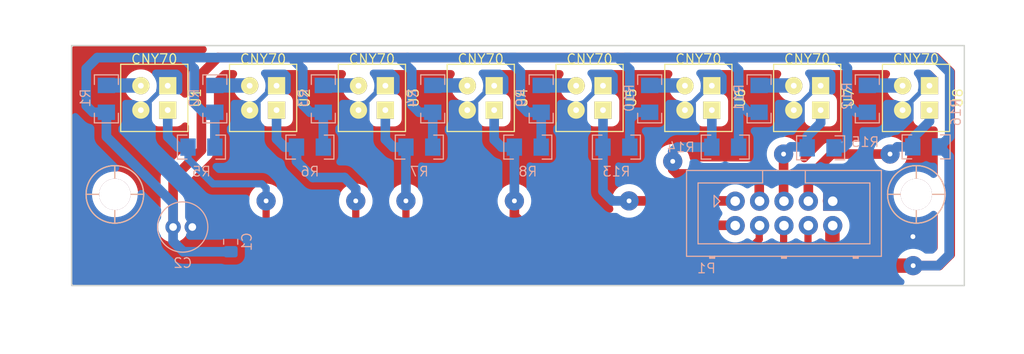
<source format=kicad_pcb>
(kicad_pcb (version 20221018) (generator pcbnew)
  (layers (0 "F.Cu" signal) (31 "B.Cu" signal) (34 "B.Paste" user) (35 "F.Paste" user) (36 "B.SilkS" user "B.Silkscreen") (37 "F.SilkS" user "F.Silkscreen") (38 "B.Mask" user) (39 "F.Mask" user) (44 "Edge.Cuts" user))
  (net 0 "")
  (net 1 "+5V")
  (net 2 "GND")
  (net 3 "/SENSOR_5")
  (net 4 "/SENSOR_1")
  (net 5 "/SENSOR_6")
  (net 6 "/SENSOR_2")
  (net 7 "/SENSOR_7")
  (net 8 "/SENSOR_3")
  (net 9 "/SENSOR_8")
  (net 10 "/SENSOR_4")
  (net 11 "Net-(R1-Pad2)")
  (net 12 "Net-(R3-Pad2)")
  (net 13 "Net-(R11-Pad2)")
  (net 14 "Net-(R12-Pad2)")
  (net 15 "Net-(R2-Pad2)")
  (net 16 "Net-(R4-Pad2)")
  (net 17 "Net-(R9-Pad2)")
  (net 18 "Net-(R10-Pad2)")
  (footprint "EESTN5-v2:CNY70" (layer "F.Cu") (at 146.68 99.01)
    (fp_text reference "U4" (at 4.35306 0 90) (layer "F.SilkS") (effects (font (thickness 0.125))))
    (fp_text value "CNY70" (at 0 -4.05) (layer "F.SilkS") (effects (font (thickness 0.125))))
    (fp_line (start -3.5 -3.5) (end -3.5 3.5) (stroke (width 0.125)) (layer "F.SilkS"))
    (fp_line (start -3.5 -3.5) (end 3.5 -3.5) (stroke (width 0.125)) (layer "F.SilkS"))
    (fp_line (start 3.5 -3.5) (end 3.5 3.5) (stroke (width 0.125)) (layer "F.SilkS"))
    (fp_line (start 3.5 3.5) (end -3.5 3.5) (stroke (width 0.125)) (layer "F.SilkS"))
    (pad "1" thru_hole circle (at -1.4 -1.27) (size 1.8 1.8) (drill 0.6) (layers "*.Cu" "*.Mask" "F.SilkS") (net 16 "Net-(R4-Pad2)"))
    (pad "2" thru_hole circle (at -1.4 1.27) (size 1.8 1.8) (drill 0.6) (layers "*.Cu" "*.Mask" "F.SilkS") (net 2 "GND"))
    (pad "3" thru_hole rect (at 1.4 1.27) (size 1.8 1.8) (drill 0.6) (layers "*.Cu" "*.Mask" "F.SilkS") (net 10 "/SENSOR_4"))
    (pad "4" thru_hole rect (at 1.4 -1.27) (size 1.8 1.8) (drill 0.6) (layers "*.Cu" "*.Mask" "F.SilkS") (net 2 "GND"))
  )
  (footprint "EESTN5-v2:CNY70" (layer "F.Cu") (at 112.669798 99.01)
    (fp_text reference "U1" (at 4.35306 0 270) (layer "F.SilkS") (effects (font (thickness 0.125))))
    (fp_text value "CNY70" (at 0 -4.05) (layer "F.SilkS") (effects (font (thickness 0.125))))
    (fp_line (start -3.5 -3.5) (end -3.5 3.5) (stroke (width 0.125)) (layer "F.SilkS"))
    (fp_line (start -3.5 -3.5) (end 3.5 -3.5) (stroke (width 0.125)) (layer "F.SilkS"))
    (fp_line (start 3.5 -3.5) (end 3.5 3.5) (stroke (width 0.125)) (layer "F.SilkS"))
    (fp_line (start 3.5 3.5) (end -3.5 3.5) (stroke (width 0.125)) (layer "F.SilkS"))
    (pad "1" thru_hole circle (at -1.4 -1.27) (size 1.8 1.8) (drill 0.6) (layers "*.Cu" "*.Mask" "F.SilkS") (net 11 "Net-(R1-Pad2)"))
    (pad "2" thru_hole circle (at -1.4 1.27) (size 1.8 1.8) (drill 0.6) (layers "*.Cu" "*.Mask" "F.SilkS") (net 2 "GND"))
    (pad "3" thru_hole rect (at 1.4 1.27) (size 1.8 1.8) (drill 0.6) (layers "*.Cu" "*.Mask" "F.SilkS") (net 4 "/SENSOR_1"))
    (pad "4" thru_hole rect (at 1.4 -1.27) (size 1.8 1.8) (drill 0.6) (layers "*.Cu" "*.Mask" "F.SilkS") (net 2 "GND"))
  )
  (footprint "EESTN5-v2:CNY70" (layer "F.Cu") (at 124.006532 99.01)
    (fp_text reference "U2" (at 4.35306 0 270) (layer "F.SilkS") (effects (font (thickness 0.125))))
    (fp_text value "CNY70" (at 0 -4.05) (layer "F.SilkS") (effects (font (thickness 0.125))))
    (fp_line (start -3.5 -3.5) (end -3.5 3.5) (stroke (width 0.125)) (layer "F.SilkS"))
    (fp_line (start -3.5 -3.5) (end 3.5 -3.5) (stroke (width 0.125)) (layer "F.SilkS"))
    (fp_line (start 3.5 -3.5) (end 3.5 3.5) (stroke (width 0.125)) (layer "F.SilkS"))
    (fp_line (start 3.5 3.5) (end -3.5 3.5) (stroke (width 0.125)) (layer "F.SilkS"))
    (pad "1" thru_hole circle (at -1.4 -1.27) (size 1.8 1.8) (drill 0.6) (layers "*.Cu" "*.Mask" "F.SilkS") (net 15 "Net-(R2-Pad2)"))
    (pad "2" thru_hole circle (at -1.4 1.27) (size 1.8 1.8) (drill 0.6) (layers "*.Cu" "*.Mask" "F.SilkS") (net 2 "GND"))
    (pad "3" thru_hole rect (at 1.4 1.27) (size 1.8 1.8) (drill 0.6) (layers "*.Cu" "*.Mask" "F.SilkS") (net 6 "/SENSOR_2"))
    (pad "4" thru_hole rect (at 1.4 -1.27) (size 1.8 1.8) (drill 0.6) (layers "*.Cu" "*.Mask" "F.SilkS") (net 2 "GND"))
  )
  (footprint "EESTN5-v2:CNY70" (layer "F.Cu") (at 169.353468 99.01)
    (fp_text reference "U6" (at 4.35306 0 90) (layer "F.SilkS") (effects (font (thickness 0.125))))
    (fp_text value "CNY70" (at 0 -4.05) (layer "F.SilkS") (effects (font (thickness 0.125))))
    (fp_line (start -3.5 -3.5) (end -3.5 3.5) (stroke (width 0.125)) (layer "F.SilkS"))
    (fp_line (start -3.5 -3.5) (end 3.5 -3.5) (stroke (width 0.125)) (layer "F.SilkS"))
    (fp_line (start 3.5 -3.5) (end 3.5 3.5) (stroke (width 0.125)) (layer "F.SilkS"))
    (fp_line (start 3.5 3.5) (end -3.5 3.5) (stroke (width 0.125)) (layer "F.SilkS"))
    (pad "1" thru_hole circle (at -1.4 -1.27) (size 1.8 1.8) (drill 0.6) (layers "*.Cu" "*.Mask" "F.SilkS") (net 18 "Net-(R10-Pad2)"))
    (pad "2" thru_hole circle (at -1.4 1.27) (size 1.8 1.8) (drill 0.6) (layers "*.Cu" "*.Mask" "F.SilkS") (net 2 "GND"))
    (pad "3" thru_hole rect (at 1.4 1.27) (size 1.8 1.8) (drill 0.6) (layers "*.Cu" "*.Mask" "F.SilkS") (net 5 "/SENSOR_6"))
    (pad "4" thru_hole rect (at 1.4 -1.27) (size 1.8 1.8) (drill 0.6) (layers "*.Cu" "*.Mask" "F.SilkS") (net 2 "GND"))
  )
  (footprint "EESTN5-v2:CNY70" (layer "F.Cu") (at 180.690202 99.01)
    (fp_text reference "U7" (at 4.35306 0 90) (layer "F.SilkS") (effects (font (thickness 0.125))))
    (fp_text value "CNY70" (at 0 -4.05) (layer "F.SilkS") (effects (font (thickness 0.125))))
    (fp_line (start -3.5 -3.5) (end -3.5 3.5) (stroke (width 0.125)) (layer "F.SilkS"))
    (fp_line (start -3.5 -3.5) (end 3.5 -3.5) (stroke (width 0.125)) (layer "F.SilkS"))
    (fp_line (start 3.5 -3.5) (end 3.5 3.5) (stroke (width 0.125)) (layer "F.SilkS"))
    (fp_line (start 3.5 3.5) (end -3.5 3.5) (stroke (width 0.125)) (layer "F.SilkS"))
    (pad "1" thru_hole circle (at -1.4 -1.27) (size 1.8 1.8) (drill 0.6) (layers "*.Cu" "*.Mask" "F.SilkS") (net 13 "Net-(R11-Pad2)"))
    (pad "2" thru_hole circle (at -1.4 1.27) (size 1.8 1.8) (drill 0.6) (layers "*.Cu" "*.Mask" "F.SilkS") (net 2 "GND"))
    (pad "3" thru_hole rect (at 1.4 1.27) (size 1.8 1.8) (drill 0.6) (layers "*.Cu" "*.Mask" "F.SilkS") (net 7 "/SENSOR_7"))
    (pad "4" thru_hole rect (at 1.4 -1.27) (size 1.8 1.8) (drill 0.6) (layers "*.Cu" "*.Mask" "F.SilkS") (net 2 "GND"))
  )
  (footprint "EESTN5-v2:CNY70" (layer "F.Cu") (at 158.016734 99.01)
    (fp_text reference "U5" (at 4.35306 0 90) (layer "F.SilkS") (effects (font (thickness 0.125))))
    (fp_text value "CNY70" (at 0 -4.05) (layer "F.SilkS") (effects (font (thickness 0.125))))
    (fp_line (start -3.5 -3.5) (end -3.5 3.5) (stroke (width 0.125)) (layer "F.SilkS"))
    (fp_line (start -3.5 -3.5) (end 3.5 -3.5) (stroke (width 0.125)) (layer "F.SilkS"))
    (fp_line (start 3.5 -3.5) (end 3.5 3.5) (stroke (width 0.125)) (layer "F.SilkS"))
    (fp_line (start 3.5 3.5) (end -3.5 3.5) (stroke (width 0.125)) (layer "F.SilkS"))
    (pad "1" thru_hole circle (at -1.4 -1.27) (size 1.8 1.8) (drill 0.6) (layers "*.Cu" "*.Mask" "F.SilkS") (net 17 "Net-(R9-Pad2)"))
    (pad "2" thru_hole circle (at -1.4 1.27) (size 1.8 1.8) (drill 0.6) (layers "*.Cu" "*.Mask" "F.SilkS") (net 2 "GND"))
    (pad "3" thru_hole rect (at 1.4 1.27) (size 1.8 1.8) (drill 0.6) (layers "*.Cu" "*.Mask" "F.SilkS") (net 3 "/SENSOR_5"))
    (pad "4" thru_hole rect (at 1.4 -1.27) (size 1.8 1.8) (drill 0.6) (layers "*.Cu" "*.Mask" "F.SilkS") (net 2 "GND"))
  )
  (footprint "EESTN5-v2:CNY70" (layer "F.Cu") (at 192.02694 99.01)
    (fp_text reference "U8" (at 4.35306 0 90) (layer "F.SilkS") (effects (font (thickness 0.125))))
    (fp_text value "CNY70" (at 0 -4.05) (layer "F.SilkS") (effects (font (thickness 0.125))))
    (fp_line (start -3.5 -3.5) (end -3.5 3.5) (stroke (width 0.125)) (layer "F.SilkS"))
    (fp_line (start -3.5 -3.5) (end 3.5 -3.5) (stroke (width 0.125)) (layer "F.SilkS"))
    (fp_line (start 3.5 -3.5) (end 3.5 3.5) (stroke (width 0.125)) (layer "F.SilkS"))
    (fp_line (start 3.5 3.5) (end -3.5 3.5) (stroke (width 0.125)) (layer "F.SilkS"))
    (pad "1" thru_hole circle (at -1.4 -1.27) (size 1.8 1.8) (drill 0.6) (layers "*.Cu" "*.Mask" "F.SilkS") (net 14 "Net-(R12-Pad2)"))
    (pad "2" thru_hole circle (at -1.4 1.27) (size 1.8 1.8) (drill 0.6) (layers "*.Cu" "*.Mask" "F.SilkS") (net 2 "GND"))
    (pad "3" thru_hole rect (at 1.4 1.27) (size 1.8 1.8) (drill 0.6) (layers "*.Cu" "*.Mask" "F.SilkS") (net 9 "/SENSOR_8"))
    (pad "4" thru_hole rect (at 1.4 -1.27) (size 1.8 1.8) (drill 0.6) (layers "*.Cu" "*.Mask" "F.SilkS") (net 2 "GND"))
  )
  (footprint "EESTN5-v2:CNY70" (layer "F.Cu") (at 135.343266 99.01)
    (fp_text reference "U3" (at 4.35306 0 270) (layer "F.SilkS") (effects (font (thickness 0.125))))
    (fp_text value "CNY70" (at 0 -4.05) (layer "F.SilkS") (effects (font (thickness 0.125))))
    (fp_line (start -3.5 -3.5) (end -3.5 3.5) (stroke (width 0.125)) (layer "F.SilkS"))
    (fp_line (start -3.5 -3.5) (end 3.5 -3.5) (stroke (width 0.125)) (layer "F.SilkS"))
    (fp_line (start 3.5 -3.5) (end 3.5 3.5) (stroke (width 0.125)) (layer "F.SilkS"))
    (fp_line (start 3.5 3.5) (end -3.5 3.5) (stroke (width 0.125)) (layer "F.SilkS"))
    (pad "1" thru_hole circle (at -1.4 -1.27) (size 1.8 1.8) (drill 0.6) (layers "*.Cu" "*.Mask" "F.SilkS") (net 12 "Net-(R3-Pad2)"))
    (pad "2" thru_hole circle (at -1.4 1.27) (size 1.8 1.8) (drill 0.6) (layers "*.Cu" "*.Mask" "F.SilkS") (net 2 "GND"))
    (pad "3" thru_hole rect (at 1.4 1.27) (size 1.8 1.8) (drill 0.6) (layers "*.Cu" "*.Mask" "F.SilkS") (net 8 "/SENSOR_3"))
    (pad "4" thru_hole rect (at 1.4 -1.27) (size 1.8 1.8) (drill 0.6) (layers "*.Cu" "*.Mask" "F.SilkS") (net 2 "GND"))
  )
  (footprint "EESTN5-v2:R_1206" (layer "B.Cu") (at 172.150468 104.135)
    (fp_text reference "R14" (at -4.620468 0.025) (layer "B.SilkS") (effects (font (thickness 0.125)) (justify mirror)))
    (fp_text value "10k" hide)
    (fp_line (start -2.5 -1.25) (end -1.5 -1.25) (stroke (width 0.125)) (layer "B.SilkS"))
    (fp_line (start -2.5 1.25) (end -2.5 -1.25) (stroke (width 0.125)) (layer "B.SilkS"))
    (fp_line (start -1.5 1.25) (end -2.5 1.25) (stroke (width 0.125)) (layer "B.SilkS"))
    (fp_line (start 1.5 -1.25) (end 2.5 -1.25) (stroke (width 0.125)) (layer "B.SilkS"))
    (fp_line (start 1.5 1.25) (end 2.5 1.25) (stroke (width 0.125)) (layer "B.SilkS"))
    (fp_line (start 2.5 -1.25) (end 2.5 1.25) (stroke (width 0.125)) (layer "B.SilkS"))
    (pad "1" smd rect (at 1.397 0) (size 1.6002 1.8034) (layers "B.Cu" "B.Paste" "B.Mask") (net 1 "+5V"))
    (pad "2" smd rect (at -1.397 0) (size 1.6002 1.8034) (layers "B.Cu" "B.Paste" "B.Mask") (net 5 "/SENSOR_6"))
  )
  (footprint "EESTN5-v2:R_1206" (layer "B.Cu") (at 182.087202 104.21)
    (fp_text reference "R15" (at 4.642798 -0.6) (layer "B.SilkS") (effects (font (thickness 0.125)) (justify mirror)))
    (fp_text value "10k" hide)
    (fp_line (start -2.5 -1.25) (end -1.5 -1.25) (stroke (width 0.125)) (layer "B.SilkS"))
    (fp_line (start -2.5 1.25) (end -2.5 -1.25) (stroke (width 0.125)) (layer "B.SilkS"))
    (fp_line (start -1.5 1.25) (end -2.5 1.25) (stroke (width 0.125)) (layer "B.SilkS"))
    (fp_line (start 1.5 -1.25) (end 2.5 -1.25) (stroke (width 0.125)) (layer "B.SilkS"))
    (fp_line (start 1.5 1.25) (end 2.5 1.25) (stroke (width 0.125)) (layer "B.SilkS"))
    (fp_line (start 2.5 -1.25) (end 2.5 1.25) (stroke (width 0.125)) (layer "B.SilkS"))
    (pad "1" smd rect (at 1.397 0) (size 1.6002 1.8034) (layers "B.Cu" "B.Paste" "B.Mask") (net 1 "+5V"))
    (pad "2" smd rect (at -1.397 0) (size 1.6002 1.8034) (layers "B.Cu" "B.Paste" "B.Mask") (net 7 "/SENSOR_7"))
  )
  (footprint "EESTN5-v2:R_1206" (layer "B.Cu") (at 117.583 104.135)
    (fp_text reference "R5" (at 0 2.55) (layer "B.SilkS") (effects (font (thickness 0.125)) (justify mirror)))
    (fp_text value "10k" hide)
    (fp_line (start -2.5 -1.25) (end -1.5 -1.25) (stroke (width 0.125)) (layer "B.SilkS"))
    (fp_line (start -2.5 1.25) (end -2.5 -1.25) (stroke (width 0.125)) (layer "B.SilkS"))
    (fp_line (start -1.5 1.25) (end -2.5 1.25) (stroke (width 0.125)) (layer "B.SilkS"))
    (fp_line (start 1.5 -1.25) (end 2.5 -1.25) (stroke (width 0.125)) (layer "B.SilkS"))
    (fp_line (start 1.5 1.25) (end 2.5 1.25) (stroke (width 0.125)) (layer "B.SilkS"))
    (fp_line (start 2.5 -1.25) (end 2.5 1.25) (stroke (width 0.125)) (layer "B.SilkS"))
    (pad "1" smd rect (at 1.397 0) (size 1.6002 1.8034) (layers "B.Cu" "B.Paste" "B.Mask") (net 1 "+5V"))
    (pad "2" smd rect (at -1.397 0) (size 1.6002 1.8034) (layers "B.Cu" "B.Paste" "B.Mask") (net 4 "/SENSOR_1"))
  )
  (footprint "EESTN5-v2:R_1206" (layer "B.Cu") (at 152.98 99.11 -90)
    (fp_text reference "R9" (at -0.1 2.1 90) (layer "B.SilkS") (effects (font (thickness 0.125)) (justify mirror)))
    (fp_text value "100" hide)
    (fp_line (start -2.5 -1.25) (end -1.5 -1.25) (stroke (width 0.125)) (layer "B.SilkS"))
    (fp_line (start -2.5 1.25) (end -2.5 -1.25) (stroke (width 0.125)) (layer "B.SilkS"))
    (fp_line (start -1.5 1.25) (end -2.5 1.25) (stroke (width 0.125)) (layer "B.SilkS"))
    (fp_line (start 1.5 -1.25) (end 2.5 -1.25) (stroke (width 0.125)) (layer "B.SilkS"))
    (fp_line (start 1.5 1.25) (end 2.5 1.25) (stroke (width 0.125)) (layer "B.SilkS"))
    (fp_line (start 2.5 -1.25) (end 2.5 1.25) (stroke (width 0.125)) (layer "B.SilkS"))
    (pad "1" smd rect (at 1.397 0 270) (size 1.6002 1.8034) (layers "B.Cu" "B.Paste" "B.Mask") (net 1 "+5V"))
    (pad "2" smd rect (at -1.397 0 270) (size 1.6002 1.8034) (layers "B.Cu" "B.Paste" "B.Mask") (net 17 "Net-(R9-Pad2)"))
  )
  (footprint "EESTN5-v2:Separador_M3_5mm" (layer "B.Cu") (at 108.56 109.06 180)
    (fp_text reference "H1" hide)
    (fp_text value "HOLE" hide)
    (fp_line (start -3 0) (end 3 0) (stroke (width 0.125)) (layer "B.SilkS"))
    (fp_line (start 0 3) (end 0 -3) (stroke (width 0.125)) (layer "B.SilkS"))
    (fp_circle (center 0 0) (end 3 0) (stroke (width 0.125)) (fill none) (layer "B.SilkS"))
    (fp_line (start -3 0) (end 3 0) (stroke (width 0.125)) (layer "F.SilkS"))
    (fp_line (start 0 3) (end 0 -3) (stroke (width 0.125)) (layer "F.SilkS"))
    (fp_circle (center 0 0) (end 3 0) (stroke (width 0.125)) (fill none) (layer "F.SilkS"))
    (pad "1" thru_hole circle (at 0 0 180) (size 3.25 3.25) (drill 3.25) (layers "*.Cu" "B.SilkS"))
  )
  (footprint "Capacitor_SMD:C_0805_2012Metric_Pad1.18x1.45mm_HandSolder" (layer "B.Cu") (at 120.63 113.9975 90)
    (fp_text reference "C1" (at 0 1.68 90) (layer "B.SilkS") (effects (font (thickness 0.125)) (justify mirror)))
    (fp_text value "100nf")
    (fp_line (start -0.261252 -0.735) (end 0.261252 -0.735) (stroke (width 0.125)) (layer "B.SilkS"))
    (fp_line (start -0.261252 0.735) (end 0.261252 0.735) (stroke (width 0.125)) (layer "B.SilkS"))
    (pad "1" smd roundrect (at -1.0375 0 90) (size 1.175 1.45) (layers "B.Cu" "B.Paste" "B.Mask") (roundrect_rratio 0.2127659574) (net 1 "+5V"))
    (pad "2" smd roundrect (at 1.0375 0 90) (size 1.175 1.45) (layers "B.Cu" "B.Paste" "B.Mask") (roundrect_rratio 0.2127659574) (net 2 "GND"))
  )
  (footprint "EESTN5-v2:R_1206" (layer "B.Cu") (at 151.583 104.135)
    (fp_text reference "R8" (at 0 2.55) (layer "B.SilkS") (effects (font (thickness 0.125)) (justify mirror)))
    (fp_text value "10k" hide)
    (fp_line (start -2.5 -1.25) (end -1.5 -1.25) (stroke (width 0.125)) (layer "B.SilkS"))
    (fp_line (start -2.5 1.25) (end -2.5 -1.25) (stroke (width 0.125)) (layer "B.SilkS"))
    (fp_line (start -1.5 1.25) (end -2.5 1.25) (stroke (width 0.125)) (layer "B.SilkS"))
    (fp_line (start 1.5 -1.25) (end 2.5 -1.25) (stroke (width 0.125)) (layer "B.SilkS"))
    (fp_line (start 1.5 1.25) (end 2.5 1.25) (stroke (width 0.125)) (layer "B.SilkS"))
    (fp_line (start 2.5 -1.25) (end 2.5 1.25) (stroke (width 0.125)) (layer "B.SilkS"))
    (pad "1" smd rect (at 1.397 0) (size 1.6002 1.8034) (layers "B.Cu" "B.Paste" "B.Mask") (net 1 "+5V"))
    (pad "2" smd rect (at -1.397 0) (size 1.6002 1.8034) (layers "B.Cu" "B.Paste" "B.Mask") (net 10 "/SENSOR_4"))
  )
  (footprint "EESTN5-v2:R_1206" (layer "B.Cu") (at 107.68 99.11 -90)
    (fp_text reference "R1" (at -0.09 2.19 90) (layer "B.SilkS") (effects (font (thickness 0.125)) (justify mirror)))
    (fp_text value "100" hide)
    (fp_line (start -2.5 -1.25) (end -1.5 -1.25) (stroke (width 0.125)) (layer "B.SilkS"))
    (fp_line (start -2.5 1.25) (end -2.5 -1.25) (stroke (width 0.125)) (layer "B.SilkS"))
    (fp_line (start -1.5 1.25) (end -2.5 1.25) (stroke (width 0.125)) (layer "B.SilkS"))
    (fp_line (start 1.5 -1.25) (end 2.5 -1.25) (stroke (width 0.125)) (layer "B.SilkS"))
    (fp_line (start 1.5 1.25) (end 2.5 1.25) (stroke (width 0.125)) (layer "B.SilkS"))
    (fp_line (start 2.5 -1.25) (end 2.5 1.25) (stroke (width 0.125)) (layer "B.SilkS"))
    (pad "1" smd rect (at 1.397 0 270) (size 1.6002 1.8034) (layers "B.Cu" "B.Paste" "B.Mask") (net 1 "+5V"))
    (pad "2" smd rect (at -1.397 0 270) (size 1.6002 1.8034) (layers "B.Cu" "B.Paste" "B.Mask") (net 11 "Net-(R1-Pad2)"))
  )
  (footprint "EESTN5-v2:R_1206" (layer "B.Cu") (at 175.68 99.11 -90)
    (fp_text reference "R11" (at -0.090001 2.1 90) (layer "B.SilkS") (effects (font (thickness 0.125)) (justify mirror)))
    (fp_text value "100" hide)
    (fp_line (start -2.5 -1.25) (end -1.5 -1.25) (stroke (width 0.125)) (layer "B.SilkS"))
    (fp_line (start -2.5 1.25) (end -2.5 -1.25) (stroke (width 0.125)) (layer "B.SilkS"))
    (fp_line (start -1.5 1.25) (end -2.5 1.25) (stroke (width 0.125)) (layer "B.SilkS"))
    (fp_line (start 1.5 -1.25) (end 2.5 -1.25) (stroke (width 0.125)) (layer "B.SilkS"))
    (fp_line (start 1.5 1.25) (end 2.5 1.25) (stroke (width 0.125)) (layer "B.SilkS"))
    (fp_line (start 2.5 -1.25) (end 2.5 1.25) (stroke (width 0.125)) (layer "B.SilkS"))
    (pad "1" smd rect (at 1.397 0 270) (size 1.6002 1.8034) (layers "B.Cu" "B.Paste" "B.Mask") (net 1 "+5V"))
    (pad "2" smd rect (at -1.397 0 270) (size 1.6002 1.8034) (layers "B.Cu" "B.Paste" "B.Mask") (net 13 "Net-(R11-Pad2)"))
  )
  (footprint "EESTN5-v2:R_1206" (layer "B.Cu") (at 186.955 99.11 -90)
    (fp_text reference "R12" (at -0.3 2.125 90) (layer "B.SilkS") (effects (font (thickness 0.125)) (justify mirror)))
    (fp_text value "100" hide)
    (fp_line (start -2.5 -1.25) (end -1.5 -1.25) (stroke (width 0.125)) (layer "B.SilkS"))
    (fp_line (start -2.5 1.25) (end -2.5 -1.25) (stroke (width 0.125)) (layer "B.SilkS"))
    (fp_line (start -1.5 1.25) (end -2.5 1.25) (stroke (width 0.125)) (layer "B.SilkS"))
    (fp_line (start 1.5 -1.25) (end 2.5 -1.25) (stroke (width 0.125)) (layer "B.SilkS"))
    (fp_line (start 1.5 1.25) (end 2.5 1.25) (stroke (width 0.125)) (layer "B.SilkS"))
    (fp_line (start 2.5 -1.25) (end 2.5 1.25) (stroke (width 0.125)) (layer "B.SilkS"))
    (pad "1" smd rect (at 1.397 0 270) (size 1.6002 1.8034) (layers "B.Cu" "B.Paste" "B.Mask") (net 1 "+5V"))
    (pad "2" smd rect (at -1.397 0 270) (size 1.6002 1.8034) (layers "B.Cu" "B.Paste" "B.Mask") (net 14 "Net-(R12-Pad2)"))
  )
  (footprint "EESTN5-v2:R_1206" (layer "B.Cu") (at 140.283 104.135)
    (fp_text reference "R7" (at 0 2.55) (layer "B.SilkS") (effects (font (thickness 0.125)) (justify mirror)))
    (fp_text value "10k" hide)
    (fp_line (start -2.5 -1.25) (end -1.5 -1.25) (stroke (width 0.125)) (layer "B.SilkS"))
    (fp_line (start -2.5 1.25) (end -2.5 -1.25) (stroke (width 0.125)) (layer "B.SilkS"))
    (fp_line (start -1.5 1.25) (end -2.5 1.25) (stroke (width 0.125)) (layer "B.SilkS"))
    (fp_line (start 1.5 -1.25) (end 2.5 -1.25) (stroke (width 0.125)) (layer "B.SilkS"))
    (fp_line (start 1.5 1.25) (end 2.5 1.25) (stroke (width 0.125)) (layer "B.SilkS"))
    (fp_line (start 2.5 -1.25) (end 2.5 1.25) (stroke (width 0.125)) (layer "B.SilkS"))
    (pad "1" smd rect (at 1.397 0) (size 1.6002 1.8034) (layers "B.Cu" "B.Paste" "B.Mask") (net 1 "+5V"))
    (pad "2" smd rect (at -1.397 0) (size 1.6002 1.8034) (layers "B.Cu" "B.Paste" "B.Mask") (net 8 "/SENSOR_3"))
  )
  (footprint "EESTN5-v2:R_1206" (layer "B.Cu") (at 118.98 99.11 -90)
    (fp_text reference "R2" (at -0.09 2.17 90) (layer "B.SilkS") (effects (font (thickness 0.125)) (justify mirror)))
    (fp_text value "100" hide)
    (fp_line (start -2.5 -1.25) (end -1.5 -1.25) (stroke (width 0.125)) (layer "B.SilkS"))
    (fp_line (start -2.5 1.25) (end -2.5 -1.25) (stroke (width 0.125)) (layer "B.SilkS"))
    (fp_line (start -1.5 1.25) (end -2.5 1.25) (stroke (width 0.125)) (layer "B.SilkS"))
    (fp_line (start 1.5 -1.25) (end 2.5 -1.25) (stroke (width 0.125)) (layer "B.SilkS"))
    (fp_line (start 1.5 1.25) (end 2.5 1.25) (stroke (width 0.125)) (layer "B.SilkS"))
    (fp_line (start 2.5 -1.25) (end 2.5 1.25) (stroke (width 0.125)) (layer "B.SilkS"))
    (pad "1" smd rect (at 1.397 0 270) (size 1.6002 1.8034) (layers "B.Cu" "B.Paste" "B.Mask") (net 1 "+5V"))
    (pad "2" smd rect (at -1.397 0 270) (size 1.6002 1.8034) (layers "B.Cu" "B.Paste" "B.Mask") (net 15 "Net-(R2-Pad2)"))
  )
  (footprint "EESTN5-v2:Header_2x05x2.54mm_Vertical" (layer "B.Cu") (at 178.27 111.04)
    (fp_text reference "P1" (at -8.08 5.73 180) (layer "B.SilkS") (effects (font (thickness 0.125)) (justify mirror)))
    (fp_text value "HEADER_02X05")
    (fp_line (start -10.15 -4.47) (end -10.15 4.47) (stroke (width 0.125)) (layer "B.SilkS"))
    (fp_line (start -10.15 4.47) (end 10.15 4.47) (stroke (width 0.125)) (layer "B.SilkS"))
    (fp_line (start -8.95 -3.17) (end -8.95 3.17) (stroke (width 0.125)) (layer "B.SilkS"))
    (fp_line (start -8.95 3.17) (end 8.95 3.17) (stroke (width 0.125)) (layer "B.SilkS"))
    (fp_line (start -7.73 4.47) (end -7.73 4.67) (stroke (width 0.125)) (layer "B.SilkS"))
    (fp_line (start -7.73 4.57) (end -7.23 4.57) (stroke (width 0.125)) (layer "B.SilkS"))
    (fp_line (start -7.73 4.67) (end -7.23 4.67) (stroke (width 0.125)) (layer "B.SilkS"))
    (fp_line (start -7.28 -1.87) (end -7.28 -0.67) (stroke (width 0.125)) (layer "B.SilkS"))
    (fp_line (start -7.28 -0.67) (end -6.68 -1.27) (stroke (width 0.125)) (layer "B.SilkS"))
    (fp_line (start -7.23 4.67) (end -7.23 4.47) (stroke (width 0.125)) (layer "B.SilkS"))
    (fp_line (start -6.68 -1.27) (end -7.28 -1.87) (stroke (width 0.125)) (layer "B.SilkS"))
    (fp_line (start -2.225 -4.47) (end -2.225 -3.17) (stroke (width 0.125)) (layer "B.SilkS"))
    (fp_line (start -2.225 -3.17) (end -8.95 -3.17) (stroke (width 0.125)) (layer "B.SilkS"))
    (fp_line (start -0.25 4.47) (end -0.25 4.67) (stroke (width 0.125)) (layer "B.SilkS"))
    (fp_line (start -0.25 4.57) (end 0.25 4.57) (stroke (width 0.125)) (layer "B.SilkS"))
    (fp_line (start -0.25 4.67) (end 0.25 4.67) (stroke (width 0.125)) (layer "B.SilkS"))
    (fp_line (start 0.25 4.67) (end 0.25 4.47) (stroke (width 0.125)) (layer "B.SilkS"))
    (fp_line (start 2.225 -3.17) (end 2.225 -4.47) (stroke (width 0.125)) (layer "B.SilkS"))
    (fp_line (start 7.23 4.47) (end 7.23 4.67) (stroke (width 0.125)) (layer "B.SilkS"))
    (fp_line (start 7.23 4.57) (end 7.73 4.57) (stroke (width 0.125)) (layer "B.SilkS"))
    (fp_line (start 7.23 4.67) (end 7.73 4.67) (stroke (width 0.125)) (layer "B.SilkS"))
    (fp_line (start 7.73 4.67) (end 7.73 4.47) (stroke (width 0.125)) (layer "B.SilkS"))
    (fp_line (start 8.95 -3.17) (end 2.225 -3.17) (stroke (width 0.125)) (layer "B.SilkS"))
    (fp_line (start 8.95 3.17) (end 8.95 -3.17) (stroke (width 0.125)) (layer "B.SilkS"))
    (fp_line (start 10.15 -4.47) (end -10.15 -4.47) (stroke (width 0.125)) (layer "B.SilkS"))
    (fp_line (start 10.15 4.47) (end 10.15 -4.47) (stroke (width 0.125)) (layer "B.SilkS"))
    (pad "1" thru_hole circle (at -5.08 -1.27) (size 2 2) (drill 1) (layers "*.Cu" "*.Mask") (net 3 "/SENSOR_5"))
    (pad "2" thru_hole circle (at -5.08 1.27) (size 2 2) (drill 1) (layers "*.Cu" "*.Mask") (net 10 "/SENSOR_4"))
    (pad "3" thru_hole circle (at -2.54 -1.27) (size 2 2) (drill 1) (layers "*.Cu" "*.Mask") (net 5 "/SENSOR_6"))
    (pad "4" thru_hole circle (at -2.54 1.27) (size 2 2) (drill 1) (layers "*.Cu" "*.Mask") (net 8 "/SENSOR_3"))
    (pad "5" thru_hole circle (at 0 -1.27) (size 2 2) (drill 1) (layers "*.Cu" "*.Mask") (net 7 "/SENSOR_7"))
    (pad "6" thru_hole circle (at 0 1.27) (size 2 2) (drill 1) (layers "*.Cu" "*.Mask") (net 6 "/SENSOR_2"))
    (pad "7" thru_hole circle (at 2.54 -1.27) (size 2 2) (drill 1) (layers "*.Cu" "*.Mask") (net 9 "/SENSOR_8"))
    (pad "8" thru_hole circle (at 2.54 1.27) (size 2 2) (drill 1) (layers "*.Cu" "*.Mask") (net 4 "/SENSOR_1"))
    (pad "9" thru_hole rect (at 5.08 -1.27) (size 2 2) (drill 1) (layers "*.Cu" "*.Mask") (net 2 "GND"))
    (pad "10" thru_hole circle (at 5.08 1.27) (size 2 2) (drill 1) (layers "*.Cu" "*.Mask") (net 1 "+5V"))
  )
  (footprint "Capacitor_THT:C_Radial_D5.0mm_H11.0mm_P2.00mm" (layer "B.Cu") (at 114.63 112.46)
    (fp_text reference "C2" (at 1 3.75) (layer "B.SilkS") (effects (font (thickness 0.125)) (justify mirror)))
    (fp_text value "100uf")
    (fp_circle (center 1 0) (end 3.62 0) (stroke (width 0.125)) (fill none) (layer "B.SilkS"))
    (pad "1" thru_hole circle (at 0 0) (size 1.6 1.6) (drill 0.8) (layers "*.Cu" "*.Mask") (net 1 "+5V"))
    (pad "2" thru_hole circle (at 2 0) (size 1.6 1.6) (drill 0.8) (layers "*.Cu" "*.Mask") (net 2 "GND"))
  )
  (footprint "EESTN5-v2:Separador_M3_5mm" (layer "B.Cu") (at 192.06 109.06 180)
    (fp_text reference "H2" hide)
    (fp_text value "HOLE" hide)
    (fp_line (start -3 0) (end 3 0) (stroke (width 0.125)) (layer "B.SilkS"))
    (fp_line (start 0 3) (end 0 -3) (stroke (width 0.125)) (layer "B.SilkS"))
    (fp_circle (center 0 0) (end 3 0) (stroke (width 0.125)) (fill none) (layer "B.SilkS"))
    (fp_line (start -3 0) (end 3 0) (stroke (width 0.125)) (layer "F.SilkS"))
    (fp_line (start 0 3) (end 0 -3) (stroke (width 0.125)) (layer "F.SilkS"))
    (fp_circle (center 0 0) (end 3 0) (stroke (width 0.125)) (fill none) (layer "F.SilkS"))
    (pad "1" thru_hole circle (at 0 0 180) (size 3.25 3.25) (drill 3.25) (layers "*.Cu" "B.SilkS"))
  )
  (footprint "EESTN5-v2:R_1206" (layer "B.Cu") (at 128.883 104.135)
    (fp_text reference "R6" (at 0 2.55) (layer "B.SilkS") (effects (font (thickness 0.125)) (justify mirror)))
    (fp_text value "10k" hide)
    (fp_line (start -2.5 -1.25) (end -1.5 -1.25) (stroke (width 0.125)) (layer "B.SilkS"))
    (fp_line (start -2.5 1.25) (end -2.5 -1.25) (stroke (width 0.125)) (layer "B.SilkS"))
    (fp_line (start -1.5 1.25) (end -2.5 1.25) (stroke (width 0.125)) (layer "B.SilkS"))
    (fp_line (start 1.5 -1.25) (end 2.5 -1.25) (stroke (width 0.125)) (layer "B.SilkS"))
    (fp_line (start 1.5 1.25) (end 2.5 1.25) (stroke (width 0.125)) (layer "B.SilkS"))
    (fp_line (start 2.5 -1.25) (end 2.5 1.25) (stroke (width 0.125)) (layer "B.SilkS"))
    (pad "1" smd rect (at 1.397 0) (size 1.6002 1.8034) (layers "B.Cu" "B.Paste" "B.Mask") (net 1 "+5V"))
    (pad "2" smd rect (at -1.397 0) (size 1.6002 1.8034) (layers "B.Cu" "B.Paste" "B.Mask") (net 6 "/SENSOR_2"))
  )
  (footprint "EESTN5-v2:R_1206" (layer "B.Cu") (at 160.813734 104.135)
    (fp_text reference "R13" (at 0 2.55) (layer "B.SilkS") (effects (font (thickness 0.125)) (justify mirror)))
    (fp_text value "10k" hide)
    (fp_line (start -2.5 -1.25) (end -1.5 -1.25) (stroke (width 0.125)) (layer "B.SilkS"))
    (fp_line (start -2.5 1.25) (end -2.5 -1.25) (stroke (width 0.125)) (layer "B.SilkS"))
    (fp_line (start -1.5 1.25) (end -2.5 1.25) (stroke (width 0.125)) (layer "B.SilkS"))
    (fp_line (start 1.5 -1.25) (end 2.5 -1.25) (stroke (width 0.125)) (layer "B.SilkS"))
    (fp_line (start 1.5 1.25) (end 2.5 1.25) (stroke (width 0.125)) (layer "B.SilkS"))
    (fp_line (start 2.5 -1.25) (end 2.5 1.25) (stroke (width 0.125)) (layer "B.SilkS"))
    (pad "1" smd rect (at 1.397 0) (size 1.6002 1.8034) (layers "B.Cu" "B.Paste" "B.Mask") (net 1 "+5V"))
    (pad "2" smd rect (at -1.397 0) (size 1.6002 1.8034) (layers "B.Cu" "B.Paste" "B.Mask") (net 3 "/SENSOR_5"))
  )
  (footprint "EESTN5-v2:R_1206" (layer "B.Cu") (at 164.28 99.11 -90)
    (fp_text reference "R10" (at -0.090001 2.15 90) (layer "B.SilkS") (effects (font (thickness 0.125)) (justify mirror)))
    (fp_text value "100" hide)
    (fp_line (start -2.5 -1.25) (end -1.5 -1.25) (stroke (width 0.125)) (layer "B.SilkS"))
    (fp_line (start -2.5 1.25) (end -2.5 -1.25) (stroke (width 0.125)) (layer "B.SilkS"))
    (fp_line (start -1.5 1.25) (end -2.5 1.25) (stroke (width 0.125)) (layer "B.SilkS"))
    (fp_line (start 1.5 -1.25) (end 2.5 -1.25) (stroke (width 0.125)) (layer "B.SilkS"))
    (fp_line (start 1.5 1.25) (end 2.5 1.25) (stroke (width 0.125)) (layer "B.SilkS"))
    (fp_line (start 2.5 -1.25) (end 2.5 1.25) (stroke (width 0.125)) (layer "B.SilkS"))
    (pad "1" smd rect (at 1.397 0 270) (size 1.6002 1.8034) (layers "B.Cu" "B.Paste" "B.Mask") (net 1 "+5V"))
    (pad "2" smd rect (at -1.397 0 270) (size 1.6002 1.8034) (layers "B.Cu" "B.Paste" "B.Mask") (net 18 "Net-(R10-Pad2)"))
  )
  (footprint "EESTN5-v2:R_1206" (layer "B.Cu") (at 193.08 104.11)
    (fp_text reference "R16" (at 3.1 -3.6 90) (layer "B.SilkS") (effects (font (thickness 0.125)) (justify mirror)))
    (fp_text value "10k" hide)
    (fp_line (start -2.5 -1.25) (end -1.5 -1.25) (stroke (width 0.125)) (layer "B.SilkS"))
    (fp_line (start -2.5 1.25) (end -2.5 -1.25) (stroke (width 0.125)) (layer "B.SilkS"))
    (fp_line (start -1.5 1.25) (end -2.5 1.25) (stroke (width 0.125)) (layer "B.SilkS"))
    (fp_line (start 1.5 -1.25) (end 2.5 -1.25) (stroke (width 0.125)) (layer "B.SilkS"))
    (fp_line (start 1.5 1.25) (end 2.5 1.25) (stroke (width 0.125)) (layer "B.SilkS"))
    (fp_line (start 2.5 -1.25) (end 2.5 1.25) (stroke (width 0.125)) (layer "B.SilkS"))
    (pad "1" smd rect (at 1.397 0) (size 1.6002 1.8034) (layers "B.Cu" "B.Paste" "B.Mask") (net 1 "+5V"))
    (pad "2" smd rect (at -1.397 0) (size 1.6002 1.8034) (layers "B.Cu" "B.Paste" "B.Mask") (net 9 "/SENSOR_8"))
  )
  (footprint "EESTN5-v2:R_1206" (layer "B.Cu") (at 141.68 99.11 -90)
    (fp_text reference "R4" (at -0.09 2.15 90) (layer "B.SilkS") (effects (font (thickness 0.125)) (justify mirror)))
    (fp_text value "100" hide)
    (fp_line (start -2.5 -1.25) (end -1.5 -1.25) (stroke (width 0.125)) (layer "B.SilkS"))
    (fp_line (start -2.5 1.25) (end -2.5 -1.25) (stroke (width 0.125)) (layer "B.SilkS"))
    (fp_line (start -1.5 1.25) (end -2.5 1.25) (stroke (width 0.125)) (layer "B.SilkS"))
    (fp_line (start 1.5 -1.25) (end 2.5 -1.25) (stroke (width 0.125)) (layer "B.SilkS"))
    (fp_line (start 1.5 1.25) (end 2.5 1.25) (stroke (width 0.125)) (layer "B.SilkS"))
    (fp_line (start 2.5 -1.25) (end 2.5 1.25) (stroke (width 0.125)) (layer "B.SilkS"))
    (pad "1" smd rect (at 1.397 0 270) (size 1.6002 1.8034) (layers "B.Cu" "B.Paste" "B.Mask") (net 1 "+5V"))
    (pad "2" smd rect (at -1.397 0 270) (size 1.6002 1.8034) (layers "B.Cu" "B.Paste" "B.Mask") (net 16 "Net-(R4-Pad2)"))
  )
  (footprint "EESTN5-v2:R_1206" (layer "B.Cu") (at 130.28 99.11 -90)
    (fp_text reference "R3" (at -0.09 2.1 90) (layer "B.SilkS") (effects (font (thickness 0.125)) (justify mirror)))
    (fp_text value "100" hide)
    (fp_line (start -2.5 -1.25) (end -1.5 -1.25) (stroke (width 0.125)) (layer "B.SilkS"))
    (fp_line (start -2.5 1.25) (end -2.5 -1.25) (stroke (width 0.125)) (layer "B.SilkS"))
    (fp_line (start -1.5 1.25) (end -2.5 1.25) (stroke (width 0.125)) (layer "B.SilkS"))
    (fp_line (start 1.5 -1.25) (end 2.5 -1.25) (stroke (width 0.125)) (layer "B.SilkS"))
    (fp_line (start 1.5 1.25) (end 2.5 1.25) (stroke (width 0.125)) (layer "B.SilkS"))
    (fp_line (start 2.5 -1.25) (end 2.5 1.25) (stroke (width 0.125)) (layer "B.SilkS"))
    (pad "1" smd rect (at 1.397 0 270) (size 1.6002 1.8034) (layers "B.Cu" "B.Paste" "B.Mask") (net 1 "+5V"))
    (pad "2" smd rect (at -1.397 0 270) (size 1.6002 1.8034) (layers "B.Cu" "B.Paste" "B.Mask") (net 12 "Net-(R3-Pad2)"))
  )
  (gr_rect (start 104.06 93.56) (end 197.06 118.56) (stroke (width 0.15)) (fill none) (layer "Edge.Cuts"))
  (segment (start 195.59 115.31) (end 195.59 96.33) (width 1) (layer "F.Cu") (net 1))
  (segment (start 117.58 96.52) (end 117.58 104.46) (width 1) (layer "F.Cu") (net 1))
  (segment (start 183.315 115.135) (end 184.665 116.485) (width 1.5) (layer "F.Cu") (net 1))
  (segment (start 183.315 112.275) (end 183.315 115.135) (width 1.5) (layer "F.Cu") (net 1))
  (segment (start 194.07 94.81) (end 119.29 94.81) (width 1) (layer "F.Cu") (net 1))
  (segment (start 194.415 116.485) (end 195.59 115.31) (width 1) (layer "F.Cu") (net 1))
  (segment (start 119.29 94.81) (end 117.58 96.52) (width 1) (layer "F.Cu") (net 1))
  (segment (start 114.63 107.41) (end 114.63 112.46) (width 1) (layer "F.Cu") (net 1))
  (segment (start 195.59 96.33) (end 194.07 94.81) (width 1) (layer "F.Cu") (net 1))
  (segment (start 191.73 116.485) (end 194.415 116.485) (width 1) (layer "F.Cu") (net 1))
  (segment (start 117.58 104.46) (end 114.63 107.41) (width 1) (layer "F.Cu") (net 1))
  (segment (start 184.665 116.485) (end 191.73 116.485) (width 1.5) (layer "F.Cu") (net 1))
  (via (at 191.73 116.485) (size 2) (drill 0.5) (layers "F.Cu" "B.Cu") (net 1))
  (segment (start 117.777 100.507) (end 116.84 99.57) (width 1) (layer "B.Cu") (net 1))
  (segment (start 128.14 96.02) (end 127.18 95.06) (width 1) (layer "B.Cu") (net 1))
  (segment (start 184.88 99.6) (end 184.88 103.78) (width 1) (layer "B.Cu") (net 1))
  (segment (start 116.84 95.97) (end 115.83 94.96) (width 1) (layer "B.Cu") (net 1))
  (segment (start 128.917 100.507) (end 128.14 99.73) (width 1) (layer "B.Cu") (net 1))
  (segment (start 115.705 115.035) (end 114.63 113.96) (width 1) (layer "B.Cu") (net 1))
  (segment (start 140.267 100.507) (end 139.49 99.73) (width 1) (layer "B.Cu") (net 1))
  (segment (start 174.584468 100.507) (end 173.547468 99.47) (width 1) (layer "B.Cu") (net 1))
  (segment (start 127.18 95.06) (end 127.38 94.86) (width 1) (layer "B.Cu") (net 1))
  (segment (start 114.63 109.99) (end 107.68 103.04) (width 1) (layer "B.Cu") (net 1))
  (segment (start 160.96 94.81) (end 162.18 94.81) (width 1) (layer "B.Cu") (net 1))
  (segment (start 150.815 99.765) (end 150.815 96.295) (width 1) (layer "B.Cu") (net 1))
  (segment (start 105.58 99.81) (end 106.277 100.507) (width 1) (layer "B.Cu") (net 1))
  (segment (start 194.477 104.11) (end 195.48 105.113) (width 1) (layer "B.Cu") (net 1))
  (segment (start 175.68 100.507) (end 174.584468 100.507) (width 1) (layer "B.Cu") (net 1))
  (segment (start 114.63 112.46) (end 114.63 109.99) (width 1) (layer "B.Cu") (net 1))
  (segment (start 161.73 94.81) (end 173.28 94.81) (width 1) (layer "B.Cu") (net 1))
  (segment (start 184.45 104.21) (end 183.484202 104.21) (width 1) (layer "B.Cu") (net 1))
  (segment (start 139.08 94.81) (end 106.73 94.81) (width 1) (layer "B.Cu") (net 1))
  (segment (start 114.63 113.96) (end 114.63 112.46) (width 1) (layer "B.Cu") (net 1))
  (segment (start 162.210734 104.135) (end 162.210734 101.229266) (width 1) (layer "B.Cu") (net 1))
  (segment (start 183.78 94.81) (end 184.88 95.91) (width 1) (layer "B.Cu") (net 1))
  (segment (start 185.787 100.507) (end 184.88 99.6) (width 1) (layer "B.Cu") (net 1))
  (segment (start 106.277 100.507) (end 107.68 100.507) (width 1) (layer "B.Cu") (net 1))
  (segment (start 173.547468 96.127468) (end 172.23 94.81) (width 1) (layer "B.Cu") (net 1))
  (segment (start 139.03 94.81) (end 150.28 94.81) (width 1) (layer "B.Cu") (net 1))
  (segment (start 195.48 115.35) (end 194.345 116.485) (width 1) (layer "B.Cu") (net 1))
  (segment (start 195.53 103.057) (end 194.477 104.11) (width 1) (layer "B.Cu") (net 1))
  (segment (start 173.08 94.81) (end 193.98 94.81) (width 1) (layer "B.Cu") (net 1))
  (segment (start 141.68 100.507) (end 140.267 100.507) (width 1) (layer "B.Cu") (net 1))
  (segment (start 128.14 99.73) (end 128.14 96.02) (width 1) (layer "B.Cu") (net 1))
  (segment (start 130.28 100.507) (end 130.28 104.135) (width 1) (layer "B.Cu") (net 1))
  (segment (start 150.815 96.295) (end 149.33 94.81) (width 1) (layer "B.Cu") (net 1))
  (segment (start 149.78 94.81) (end 160.96 94.81) (width 1) (layer "B.Cu") (net 1))
  (segment (start 162.210734 101.229266) (end 162.210734 96.060734) (width 1) (layer "B.Cu") (net 1))
  (segment (start 193.98 94.81) (end 195.53 96.36) (width 1) (layer "B.Cu") (net 1))
  (segment (start 152.98 100.507) (end 152.98 104.135) (width 1) (layer "B.Cu") (net 1))
  (segment (start 130.28 100.507) (end 128.917 100.507) (width 1) (layer "B.Cu") (net 1))
  (segment (start 162.210734 96.060734) (end 160.96 94.81) (width 1) (layer "B.Cu") (net 1))
  (segment (start 162.210734 101.229266) (end 162.933 100.507) (width 1) (layer "B.Cu") (net 1))
  (segment (start 195.53 96.36) (end 195.53 103.057) (width 1) (layer "B.Cu") (net 1))
  (segment (start 184.88 95.91) (end 184.88 99.6) (width 1) (layer "B.Cu") (net 1))
  (segment (start 194.345 116.485) (end 191.73 116.485) (width 1) (layer "B.Cu") (net 1))
  (segment (start 118.98 100.507) (end 117.777 100.507) (width 1) (layer "B.Cu") (net 1))
  (segment (start 162.933 100.507) (end 164.28 100.507) (width 1) (layer "B.Cu") (net 1))
  (segment (start 106.73 94.81) (end 105.58 95.96) (width 1) (layer "B.Cu") (net 1))
  (segment (start 139.49 96.17) (end 138.33 95.01) (width 1) (layer "B.Cu") (net 1))
  (segment (start 184.88 103.78) (end 184.45 104.21) (width 1) (layer "B.Cu") (net 1))
  (segment (start 152.98 100.507) (end 151.557 100.507) (width 1) (layer "B.Cu") (net 1))
  (segment (start 173.547468 104.135) (end 173.547468 96.127468) (width 1) (layer "B.Cu") (net 1))
  (segment (start 107.68 103.04) (end 107.68 100.507) (width 1) (layer "B.Cu") (net 1))
  (segment (start 139.49 99.73) (end 139.49 96.17) (width 1) (layer "B.Cu") (net 1))
  (segment (start 195.48 105.113) (end 195.48 115.35) (width 1) (layer "B.Cu") (net 1))
  (segment (start 151.557 100.507) (end 150.815 99.765) (width 1) (layer "B.Cu") (net 1))
  (segment (start 141.68 100.507) (end 141.68 104.135) (width 1) (layer "B.Cu") (net 1))
  (segment (start 118.98 100.507) (end 118.98 104.135) (width 1) (layer "B.Cu") (net 1))
  (segment (start 120.63 115.035) (end 115.705 115.035) (width 1) (layer "B.Cu") (net 1))
  (segment (start 186.955 100.507) (end 185.787 100.507) (width 1) (layer "B.Cu") (net 1))
  (segment (start 116.84 99.57) (end 116.84 95.97) (width 1) (layer "B.Cu") (net 1))
  (segment (start 105.58 95.96) (end 105.58 99.81) (width 1) (layer "B.Cu") (net 1))
  (segment (start 189.255 113.46) (end 191.705 113.46) (width 2) (layer "F.Cu") (net 2))
  (segment (start 183.315 109.735) (end 185.53 109.735) (width 2) (layer "F.Cu") (net 2))
  (segment (start 185.53 109.735) (end 189.255 113.46) (width 2) (layer "F.Cu") (net 2))
  (via (at 191.705 113.46) (size 2) (drill 0.5) (layers "F.Cu" "B.Cu") (net 2))
  (segment (start 193.42694 97.74) (end 193.16694 97.74) (width 0.5) (layer "B.Cu") (net 2))
  (segment (start 159.156734 97.74) (end 156.616734 100.28) (width 0.5) (layer "B.Cu") (net 2))
  (segment (start 125.406532 97.74) (end 125.146532 97.74) (width 0.5) (layer "B.Cu") (net 2))
  (segment (start 114.069798 97.74) (end 113.809798 97.74) (width 0.5) (layer "B.Cu") (net 2))
  (segment (start 148.08 97.74) (end 147.82 97.74) (width 0.5) (layer "B.Cu") (net 2))
  (segment (start 159.416734 97.74) (end 159.156734 97.74) (width 0.5) (layer "B.Cu") (net 2))
  (segment (start 125.146532 97.74) (end 122.606532 100.28) (width 0.5) (layer "B.Cu") (net 2))
  (segment (start 193.16694 97.74) (end 190.62694 100.28) (width 0.5) (layer "B.Cu") (net 2))
  (segment (start 113.809798 97.74) (end 111.269798 100.28) (width 0.5) (layer "B.Cu") (net 2))
  (segment (start 147.82 97.74) (end 145.28 100.28) (width 0.5) (layer "B.Cu") (net 2))
  (segment (start 170.493468 97.74) (end 167.953468 100.28) (width 0.5) (layer "B.Cu") (net 2))
  (segment (start 181.830202 97.74) (end 179.290202 100.28) (width 0.5) (layer "B.Cu") (net 2))
  (segment (start 182.090202 97.74) (end 181.830202 97.74) (width 0.5) (layer "B.Cu") (net 2))
  (segment (start 136.483266 97.74) (end 133.943266 100.28) (width 0.5) (layer "B.Cu") (net 2))
  (segment (start 170.753468 97.74) (end 170.493468 97.74) (width 0.5) (layer "B.Cu") (net 2))
  (segment (start 136.743266 97.74) (end 136.483266 97.74) (width 0.5) (layer "B.Cu") (net 2))
  (segment (start 173.15 109.74) (end 162.13 109.74) (width 1) (layer "F.Cu") (net 3))
  (via (at 162.13 109.74) (size 2) (drill 0.5) (layers "F.Cu" "B.Cu") (net 3))
  (segment (start 159.416734 104.135) (end 159.416734 108.746734) (width 1) (layer "B.Cu") (net 3))
  (segment (start 159.416734 104.135) (end 159.416734 100.28) (width 1) (layer "B.Cu") (net 3))
  (segment (start 159.416734 108.746734) (end 160.41 109.74) (width 1) (layer "B.Cu") (net 3))
  (segment (start 160.41 109.74) (end 162.13 109.74) (width 1) (layer "B.Cu") (net 3))
  (segment (start 173.15 109.74) (end 173.155 109.735) (width 1) (layer "B.Cu") (net 3))
  (segment (start 124.32 115.92) (end 124.32 109.74) (width 0.75) (layer "F.Cu") (net 4))
  (segment (start 179.14 117.55) (end 125.95 117.55) (width 0.75) (layer "F.Cu") (net 4))
  (segment (start 125.95 117.55) (end 124.32 115.92) (width 0.75) (layer "F.Cu") (net 4))
  (segment (start 180.775 115.915) (end 179.14 117.55) (width 0.75) (layer "F.Cu") (net 4))
  (segment (start 180.775 112.275) (end 180.775 115.915) (width 0.75) (layer "F.Cu") (net 4))
  (via (at 124.32 109.74) (size 2) (drill 0.5) (layers "F.Cu" "B.Cu") (net 4))
  (segment (start 115.155 104.135) (end 114.069798 103.049798) (width 1) (layer "B.Cu") (net 4))
  (segment (start 124.32 109.74) (end 124.32 108.4) (width 0.75) (layer "B.Cu") (net 4))
  (segment (start 118.79 107.96) (end 116.186 105.356) (width 0.75) (layer "B.Cu") (net 4))
  (segment (start 114.069798 103.049798) (end 114.069798 100.28) (width 1) (layer "B.Cu") (net 4))
  (segment (start 124.32 108.4) (end 123.88 107.96) (width 0.75) (layer "B.Cu") (net 4))
  (segment (start 116.186 104.135) (end 115.155 104.135) (width 1) (layer "B.Cu") (net 4))
  (segment (start 123.88 107.96) (end 118.79 107.96) (width 0.75) (layer "B.Cu") (net 4))
  (segment (start 116.186 105.356) (end 116.186 104.135) (width 0.75) (layer "B.Cu") (net 4))
  (segment (start 174.97 106.93) (end 167.15 106.93) (width 1) (layer "F.Cu") (net 5))
  (segment (start 167.15 106.93) (end 166.68 106.46) (width 1) (layer "F.Cu") (net 5))
  (segment (start 166.68 106.46) (end 166.68 105.62) (width 1) (layer "F.Cu") (net 5))
  (segment (start 175.695 109.735) (end 175.695 107.655) (width 1) (layer "F.Cu") (net 5))
  (segment (start 175.695 107.655) (end 174.97 106.93) (width 1) (layer "F.Cu") (net 5))
  (via (at 166.68 105.62) (size 2) (drill 0.5) (layers "F.Cu" "B.Cu") (net 5))
  (segment (start 170.753468 100.28) (end 170.753468 104.135) (width 1) (layer "B.Cu") (net 5))
  (segment (start 166.68 104.61) (end 166.68 105.62) (width 1) (layer "B.Cu") (net 5))
  (segment (start 167.155 104.135) (end 166.68 104.61) (width 1) (layer "B.Cu") (net 5))
  (segment (start 170.753468 104.135) (end 167.155 104.135) (width 1) (layer "B.Cu") (net 5))
  (segment (start 178.235 112.275) (end 178.235 114.765) (width 0.75) (layer "F.Cu") (net 6))
  (segment (start 133.66 114.66) (end 133.66 109.62) (width 0.75) (layer "F.Cu") (net 6))
  (segment (start 135 116) (end 133.66 114.66) (width 0.75) (layer "F.Cu") (net 6))
  (segment (start 178.235 114.765) (end 177 116) (width 0.75) (layer "F.Cu") (net 6))
  (segment (start 177 116) (end 135 116) (width 0.75) (layer "F.Cu") (net 6))
  (via (at 133.66 109.74) (size 2) (drill 0.5) (layers "F.Cu" "B.Cu") (net 6))
  (segment (start 132.49 107.3) (end 133.66 108.47) (width 1) (layer "B.Cu") (net 6))
  (segment (start 127.486 104.135) (end 127.486 105.606) (width 1) (layer "B.Cu") (net 6))
  (segment (start 127.486 105.606) (end 129.18 107.3) (width 1) (layer "B.Cu") (net 6))
  (segment (start 133.66 108.47) (end 133.66 109.62) (width 1) (layer "B.Cu") (net 6))
  (segment (start 125.38 100.306532) (end 125.406532 100.28) (width 0.5) (layer "B.Cu") (net 6))
  (segment (start 127.486 104.135) (end 126.255 104.135) (width 1) (layer "B.Cu") (net 6))
  (segment (start 125.406532 103.286532) (end 125.406532 100.28) (width 1) (layer "B.Cu") (net 6))
  (segment (start 126.255 104.135) (end 125.406532 103.286532) (width 1) (layer "B.Cu") (net 6))
  (segment (start 129.18 107.3) (end 132.49 107.3) (width 1) (layer "B.Cu") (net 6))
  (segment (start 178.23 109.68) (end 178.23 104.86) (width 1) (layer "F.Cu") (net 7))
  (segment (start 178.26 109.71) (end 178.23 109.68) (width 1) (layer "F.Cu") (net 7))
  (via (at 178.23 104.86) (size 2) (drill 0.5) (layers "F.Cu" "B.Cu") (net 7))
  (segment (start 182.090202 100.28) (end 182.090202 101.619798) (width 1) (layer "B.Cu") (net 7))
  (segment (start 178.4 109.54) (end 178.37 109.51) (width 1) (layer "B.Cu") (net 7))
  (segment (start 182.090202 101.619798) (end 180.690202 103.019798) (width 1) (layer "B.Cu") (net 7))
  (segment (start 178.26 109.71) (end 178.235 109.735) (width 1) (layer "B.Cu") (net 7))
  (segment (start 178.98 104.11) (end 178.23 104.86) (width 1) (layer "B.Cu") (net 7))
  (segment (start 180.690202 103.019798) (end 180.690202 104.21) (width 1) (layer "B.Cu") (net 7))
  (segment (start 180.590202 104.11) (end 178.98 104.11) (width 1) (layer "B.Cu") (net 7))
  (segment (start 180.690202 104.21) (end 180.590202 104.11) (width 1) (layer "B.Cu") (net 7))
  (segment (start 174.99 114.45) (end 140.04 114.45) (width 0.75) (layer "F.Cu") (net 8))
  (segment (start 175.695 112.275) (end 175.695 113.745) (width 0.75) (layer "F.Cu") (net 8))
  (segment (start 138.886 113.296) (end 138.886 109.74) (width 0.75) (layer "F.Cu") (net 8))
  (segment (start 175.695 113.745) (end 174.99 114.45) (width 0.75) (layer "F.Cu") (net 8))
  (segment (start 140.04 114.45) (end 138.886 113.296) (width 0.75) (layer "F.Cu") (net 8))
  (via (at 138.886 109.74) (size 2) (drill 0.5) (layers "F.Cu" "B.Cu") (net 8))
  (segment (start 138.886 109.74) (end 138.886 104.135) (width 1) (layer "B.Cu") (net 8))
  (segment (start 136.743266 103.323266) (end 137.555 104.135) (width 1) (layer "B.Cu") (net 8))
  (segment (start 137.555 104.135) (end 138.886 104.135) (width 1) (layer "B.Cu") (net 8))
  (segment (start 136.743266 100.28) (end 136.743266 103.323266) (width 1) (layer "B.Cu") (net 8))
  (segment (start 180.81 109.77) (end 180.81 107.3) (width 1) (layer "F.Cu") (net 9))
  (segment (start 183.25 104.86) (end 189.32 104.86) (width 1) (layer "F.Cu") (net 9))
  (segment (start 180.81 107.3) (end 183.25 104.86) (width 1) (layer "F.Cu") (net 9))
  (via (at 189.32 104.86) (size 2) (drill 0.5) (layers "F.Cu" "B.Cu") (net 9))
  (segment (start 190.07 104.11) (end 189.32 104.86) (width 1) (layer "B.Cu") (net 9))
  (segment (start 191.683 104.11) (end 191.683 103.197) (width 1) (layer "B.Cu") (net 9))
  (segment (start 191.683 103.197) (end 193.42694 101.45306) (width 1) (layer "B.Cu") (net 9))
  (segment (start 193.42694 101.45306) (end 193.42694 100.28) (width 1) (layer "B.Cu") (net 9))
  (segment (start 191.683 104.11) (end 190.07 104.11) (width 1) (layer "B.Cu") (net 9))
  (segment (start 151.18 112.28) (end 150.186 111.286) (width 1) (layer "F.Cu") (net 10))
  (segment (start 173.15 112.28) (end 151.18 112.28) (width 1) (layer "F.Cu") (net 10))
  (segment (start 150.186 111.286) (end 150.186 109.74) (width 1) (layer "F.Cu") (net 10))
  (via (at 150.186 109.74) (size 2) (drill 0.5) (layers "F.Cu" "B.Cu") (net 10))
  (segment (start 148.08 103.36) (end 148.855 104.135) (width 1) (layer "B.Cu") (net 10))
  (segment (start 173.15 112.28) (end 173.155 112.275) (width 1) (layer "B.Cu") (net 10))
  (segment (start 148.855 104.135) (end 150.186 104.135) (width 1) (layer "B.Cu") (net 10))
  (segment (start 150.186 109.74) (end 150.186 104.135) (width 1) (layer "B.Cu") (net 10))
  (segment (start 148.08 100.28) (end 148.08 103.36) (width 1) (layer "B.Cu") (net 10))
  (segment (start 111.242798 97.713) (end 111.269798 97.74) (width 0.25) (layer "F.Cu") (net 11))
  (segment (start 107.68 97.713) (end 111.242798 97.713) (width 1.5) (layer "B.Cu") (net 11))
  (segment (start 133.916266 97.713) (end 133.943266 97.74) (width 0.25) (layer "F.Cu") (net 12))
  (segment (start 130.28 97.713) (end 133.916266 97.713) (width 1.5) (layer "B.Cu") (net 12))
  (segment (start 179.263202 97.713) (end 179.290202 97.74) (width 0.25) (layer "F.Cu") (net 13))
  (segment (start 175.68 97.713) (end 179.263202 97.713) (width 1.5) (layer "B.Cu") (net 13))
  (segment (start 190.59994 97.713) (end 190.62694 97.74) (width 0.25) (layer "F.Cu") (net 14))
  (segment (start 186.955 97.713) (end 190.59994 97.713) (width 1.5) (layer "B.Cu") (net 14))
  (segment (start 122.579532 97.713) (end 122.606532 97.74) (width 0.25) (layer "F.Cu") (net 15))
  (segment (start 118.98 97.713) (end 122.579532 97.713) (width 1.5) (layer "B.Cu") (net 15))
  (segment (start 145.253 97.713) (end 145.28 97.74) (width 0.25) (layer "F.Cu") (net 16))
  (segment (start 141.68 97.713) (end 145.253 97.713) (width 1.5) (layer "B.Cu") (net 16))
  (segment (start 156.589734 97.713) (end 156.616734 97.74) (width 0.25) (layer "F.Cu") (net 17))
  (segment (start 152.98 97.713) (end 156.589734 97.713) (width 1.5) (layer "B.Cu") (net 17))
  (segment (start 167.926468 97.713) (end 167.953468 97.74) (width 0.25) (layer "F.Cu") (net 18))
  (segment (start 164.28 97.713) (end 167.926468 97.713) (width 1.5) (layer "B.Cu") (net 18))
  (zone (net 2) (net_name "GND") (layer "F.Cu") (priority 1) (connect_pads yes (clearance 0.8)) (min_thickness 0.8) (fill yes (thermal_gap 0.8) (thermal_bridge_width 0.8))
    (polygon (pts (xy 99.18 88.81) (xy 201.18 88.81) (xy 201.18 122.81) (xy 99.18 122.81)))
  )
  (zone (net 2) (net_name "GND") (layer "B.Cu") (connect_pads yes (clearance 0.75)) (min_thickness 0.75) (fill yes (thermal_gap 0.75) (thermal_bridge_width 0.75))
    (polygon (pts (xy 201.18 122.21) (xy 99.18 122.21) (xy 99.18 89.21) (xy 201.18 89.21)))
  )
)
</source>
